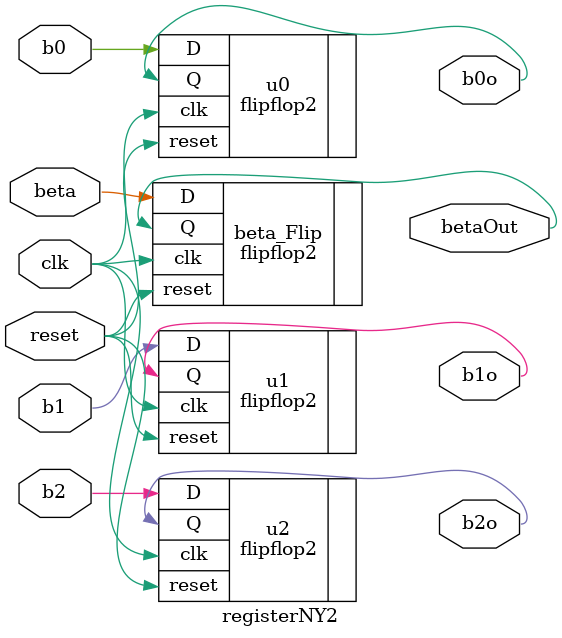
<source format=v>

module registerNY2 (
    input  b2,
    input  b1,
    input  b0,
    input  beta,
	input reset,
    output b2o,
    output b1o,
    output b0o,
    output betaOut,
    input  clk
);

//}} End of automatically maintained section


`include "flipflop2.v"
flipflop2 u2 (.D(b2), .clk(clk), .reset(reset), .Q(b2o));
flipflop2 u1 (.D(b1), .clk(clk), .reset(reset), .Q(b1o));
flipflop2 u0 (.D(b0), .clk(clk), .reset(reset), .Q(b0o));
flipflop2 beta_Flip  (.D(beta),  .clk(clk), .reset(reset), .Q(betaOut));
	
endmodule




// -- Enter your statements here -- //


</source>
